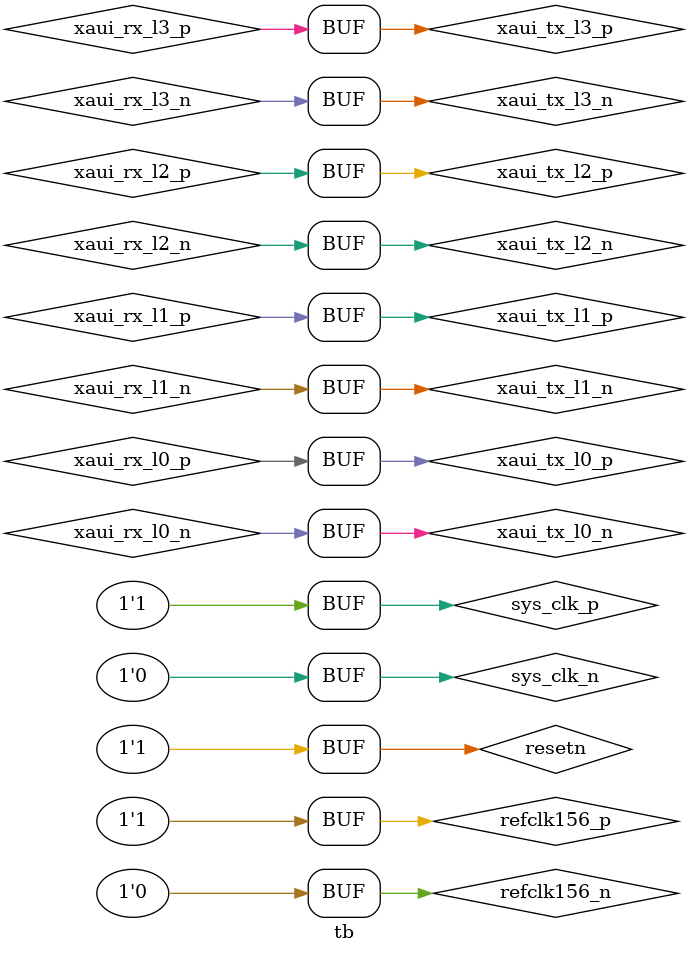
<source format=v>
`timescale 1ns / 1ps

module tb;

    parameter SYS_CLK_PERIOD = 5;               /* 200M */
    parameter REFCLK156_PERIOD = 6.4;           /* 156.25M */

    /* Inputs */
    reg sys_clk_p;
    reg sys_clk_n;
    reg resetn;
    reg refclk156_p;
    reg refclk156_n;

    reg xaui_rx_l0_p;
    reg xaui_rx_l0_n;
    reg xaui_rx_l1_p;
    reg xaui_rx_l1_n;
    reg xaui_rx_l2_p;
    reg xaui_rx_l2_n;
    reg xaui_rx_l3_p;
    reg xaui_rx_l3_n;

    /* Outputs */
    wire xaui_tx_l0_p;
    wire xaui_tx_l0_n;
    wire xaui_tx_l1_p;
    wire xaui_tx_l1_n;
    wire xaui_tx_l2_p;
    wire xaui_tx_l2_n;
    wire xaui_tx_l3_p;
    wire xaui_tx_l3_n;

    /* Instantiate the Unit Under Test (UUT) */
    top uut (
        .sys_clk_p(sys_clk_p), 
        .sys_clk_n(sys_clk_n), 
        .resetn(resetn), 
        .refclk156_p(refclk156_p), 
        .refclk156_n(refclk156_n), 
        .xaui_tx_l0_p(xaui_tx_l0_p), 
        .xaui_tx_l0_n(xaui_tx_l0_n), 
        .xaui_tx_l1_p(xaui_tx_l1_p), 
        .xaui_tx_l1_n(xaui_tx_l1_n), 
        .xaui_tx_l2_p(xaui_tx_l2_p), 
        .xaui_tx_l2_n(xaui_tx_l2_n), 
        .xaui_tx_l3_p(xaui_tx_l3_p), 
        .xaui_tx_l3_n(xaui_tx_l3_n), 
        .xaui_rx_l0_p(xaui_rx_l0_p), 
        .xaui_rx_l0_n(xaui_rx_l0_n), 
        .xaui_rx_l1_p(xaui_rx_l1_p), 
        .xaui_rx_l1_n(xaui_rx_l1_n), 
        .xaui_rx_l2_p(xaui_rx_l2_p), 
        .xaui_rx_l2_n(xaui_rx_l2_n), 
        .xaui_rx_l3_p(xaui_rx_l3_p), 
        .xaui_rx_l3_n(xaui_rx_l3_n));

    /* clk 200M */
    always begin
        sys_clk_p = 1'b0;
        sys_clk_n = 1'b1;
        #(SYS_CLK_PERIOD/2)
        sys_clk_p = 1'b1;
        sys_clk_n = 1'b0;
        #(SYS_CLK_PERIOD/2);
    end


    /* clk 156.25M */
    always begin
        refclk156_p = 1'b0;
        refclk156_n = 1'b1;
        #(REFCLK156_PERIOD/2)
        refclk156_p = 1'b1;
        refclk156_n = 1'b0;
        #(REFCLK156_PERIOD/2);
    end 
    
    always @(*) begin
        xaui_rx_l0_p = xaui_tx_l0_p;
        xaui_rx_l0_n = xaui_tx_l0_n;
        xaui_rx_l1_p = xaui_tx_l1_p;
        xaui_rx_l1_n = xaui_tx_l1_n;
        xaui_rx_l2_p = xaui_tx_l2_p;
        xaui_rx_l2_n = xaui_tx_l2_n;
        xaui_rx_l3_p = xaui_tx_l3_p;
        xaui_rx_l3_n = xaui_tx_l3_n;
    end

    initial begin
        /* reset */
        resetn = 1'b0;

        /* Wait 100 ns for global reset to finish */
        #100;
        resetn = 1'b1;
    end

endmodule


</source>
